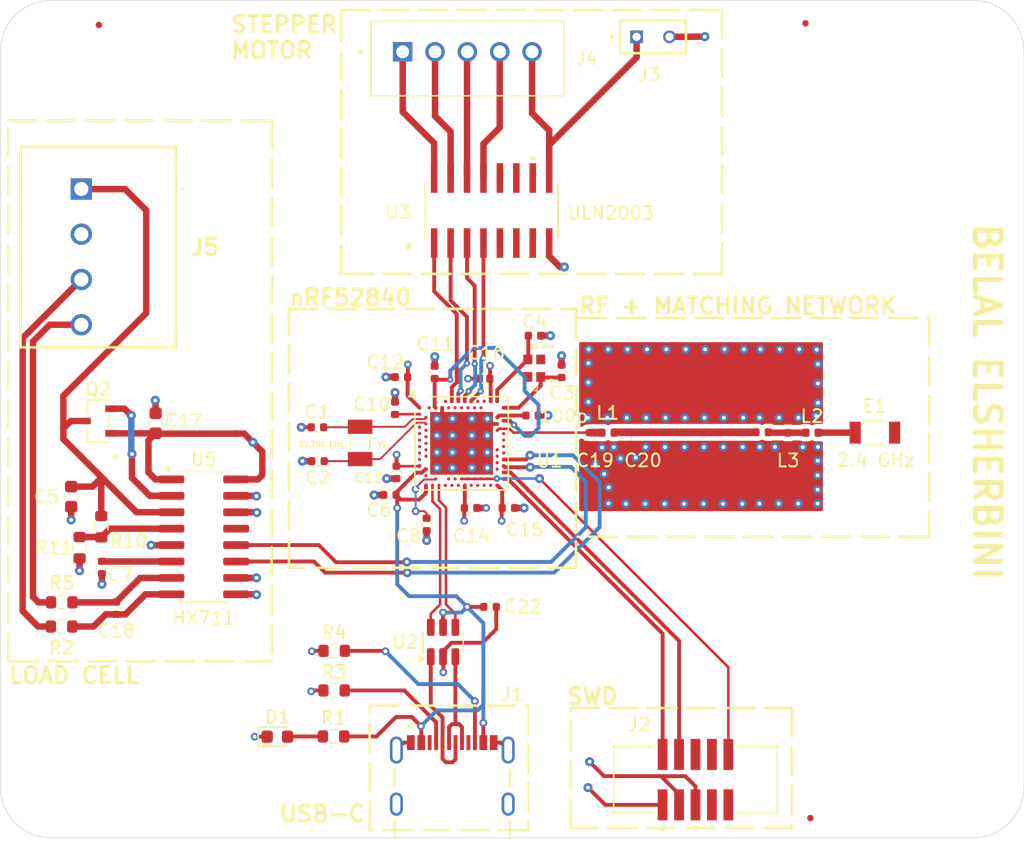
<source format=kicad_pcb>
(kicad_pcb (version 20241229) (generator "pcbnew") (generator_version "9.0")
  (layers (0 "F.Cu" signal) (4 "In1.Cu" power) (6 "In2.Cu" power) (2 "B.Cu" signal) (13 "F.Paste" user) (15 "B.Paste" user) (5 "F.SilkS" user "F.Silkscreen") (7 "B.SilkS" user "B.Silkscreen") (1 "F.Mask" user) (3 "B.Mask" user) (25 "Edge.Cuts" user))
  (net 0 "")
  (net 1 "Net-(U1-XL1{slash}P0.00)")
  (net 2 "GND")
  (net 3 "Net-(U1-XL2{slash}P0.01)")
  (net 4 "Net-(U1-XC1)")
  (net 5 "Net-(U1-XC2)")
  (net 6 "/Peripherals/E+")
  (net 7 "VBUS_nRF")
  (net 8 "Net-(U5-VBG)")
  (net 9 "Net-(U1-DECUSB)")
  (net 10 "Net-(U1-DEC3)")
  (net 11 "Net-(U1-DEC1)")
  (net 12 "Net-(U1-DEC4)")
  (net 13 "+3V3")
  (net 14 "Net-(U5-INA+)")
  (net 15 "Net-(U5-INA-)")
  (net 16 "Net-(U1-ANT)")
  (net 17 "/50 OHMS")
  (net 18 "Net-(C21-Pad1)")
  (net 19 "Net-(D1-A)")
  (net 20 "Net-(E1-Pad1)")
  (net 21 "Net-(J1-CC2)")
  (net 23 "Net-(J1-CC1)")
  (net 25 "SWCLK")
  (net 26 "RESET")
  (net 28 "SWD")
  (net 32 "/Peripherals/COIL_2_OUT")
  (net 33 "/Peripherals/COIL_4_OUT")
  (net 34 "/Peripherals/COIL_1_OUT")
  (net 35 "/Peripherals/COIL_3_OUT")
  (net 36 "+5V")
  (net 37 "/Peripherals/S+")
  (net 38 "/Peripherals/S-")
  (net 39 "Net-(Q2-B)")
  (net 40 "Net-(U5-VFB)")
  (net 46 "CTRL_COIL_4")
  (net 53 "CTRL_COIL_1")
  (net 58 "CTRL_COIL_2")
  (net 62 "LOAD_CELL_DATA")
  (net 68 "CTRL_COIL_3")
  (net 70 "LOAD_CELL_CLOCK")
  (net 87 "/D_ESD+")
  (net 88 "/D_ESD-")
  (net 91 "USB_D+")
  (net 92 "USB_D-")
  (footprint "Resistor_SMD:R_0603_1608Metric" (layer "F.Cu") (at 142.182398 116.375)
    (property "Reference" "R4")
    (property "Value" "5K1" (hide yes))
  )
  (footprint "Capacitor_SMD:C_0603_1608Metric" (layer "F.Cu") (at 121.852398 104.45 -90)
    (property "Reference" "C5")
    (property "Value" "10u" (hide yes))
  )
  (footprint "20021521-00010C1LF:AMPHENOL_20021521-00010C1LF" (layer "F.Cu") (at 170.107398 126.335)
    (property "Reference" "J2")
    (property "Value" "Conn_02x05_Odd_Even" (hide yes))
  )
  (footprint "Resistor_SMD:R_0603_1608Metric" (layer "F.Cu") (at 142.132398 122.995)
    (property "Reference" "R1")
    (property "Value" "150" (hide yes))
  )
  (footprint "TS_102_T_A:SAMTEC_TS-102-T-A" (layer "F.Cu") (at 166.827398 68.885)
    (property "Reference" "J3")
    (property "Value" "TS-102-T-A" (hide yes))
  )
  (footprint "Capacitor_SMD:C_0402_1005Metric" (layer "F.Cu") (at 154.227398 112.975)
    (property "Reference" "C22")
    (property "Value" "100n" (hide yes))
  )
  (footprint "XRCGB32M000F2P01R0:OSC_XRCGB32M000F2P01R0" (layer "F.Cu") (at 157.647398 94.515 180)
    (property "Reference" "Y2")
    (property "Value" "32 MHz")
  )
  (footprint "Inductor_SMD:L_0402_1005Metric" (layer "F.Cu") (at 163.352398 99.5 180)
    (property "Reference" "L1")
    (property "Value" "4.7n" (hide yes))
  )
  (footprint "Capacitor_SMD:C_0402_1005Metric" (layer "F.Cu") (at 146.997398 102.575 90)
    (property "Reference" "C13")
    (property "Value" "4.7u" (hide yes))
  )
  (footprint "Capacitor_SMD:C_0402_1005Metric" (layer "F.Cu") (at 152.727398 105.325 180)
    (property "Reference" "C14")
    (property "Value" "4.7u" (hide yes))
  )
  (footprint "Resistor_SMD:R_0603_1608Metric" (layer "F.Cu") (at 122.502398 108.4 -90)
    (property "Reference" "R11")
    (property "Value" "10k" (hide yes))
  )
  (footprint "Fiducial:Fiducial_0.5mm_Mask1mm" (layer "F.Cu") (at 123.997398 67.97)
    (property "Reference" "FID1" (hide yes))
    (property "Value" "Fiducial" (hide yes))
  )
  (footprint "uln2003:SO-16_STM-M" (layer "F.Cu") (at 154.3558 82.3214 90)
    (property "Reference" "U3")
    (property "Value" "ULN2003")
  )
  (footprint "Capacitor_SMD:C_0402_1005Metric" (layer "F.Cu") (at 146.487398 104.315 180)
    (property "Reference" "C6")
    (property "Value" "4.7u" (hide yes))
  )
  (footprint "Capacitor_SMD:C_0402_1005Metric" (layer "F.Cu") (at 124.227398 109.925 90)
    (property "Reference" "C7")
    (property "Value" "0.1u" (hide yes))
  )
  (footprint "Package_SO:SOP-16_3.9x9.9mm_P1.27mm" (layer "F.Cu") (at 132.102398 107.56)
    (property "Reference" "U5")
    (property "Value" "HX711")
  )
  (footprint "Resistor_SMD:R_0603_1608Metric" (layer "F.Cu") (at 142.172398 119.435)
    (property "Reference" "R3")
    (property "Value" "5K1" (hide yes))
  )
  (footprint "Capacitor_SMD:C_0402_1005Metric" (layer "F.Cu") (at 175.257199 99.474 180)
    (property "Reference" "C21" (hide yes))
    (property "Value" "1p" (hide yes))
  )
  (footprint "Capacitor_SMD:C_0402_1005Metric" (layer "F.Cu") (at 149.327398 106.6 90)
    (property "Reference" "C8")
    (property "Value" "4.7u" (hide yes))
  )
  (footprint "Fiducial:Fiducial_0.5mm_Mask1mm" (layer "F.Cu") (at 178.988398 129.311)
    (property "Reference" "FID3" (hide yes))
    (property "Value" "Fiducial" (hide yes))
  )
  (footprint "Package_DFN_QFN:Nordic_AQFN-73-1EP_7x7mm_P0.5mm" (layer "F.Cu") (at 152.027398 100.325)
    (property "Reference" "U1")
    (property "Value" "nRF52840" (hide yes))
  )
  (footprint "Capacitor_SMD:C_0402_1005Metric" (layer "F.Cu") (at 164.777398 99.955 90)
    (property "Reference" "C20")
    (property "Value" "0.5p" (hide yes))
  )
  (footprint "MountingHole:MountingHole_2.2mm_M2" (layer "F.Cu") (at 191.561398 70.002)
    (property "Reference" "H2" (hide yes))
    (property "Value" "M2" (hide yes))
  )
  (footprint "Resistor_SMD:R_0603_1608Metric" (layer "F.Cu") (at 124.177398 106.775 -90)
    (property "Reference" "R10")
    (property "Value" "14k" (hide yes))
  )
  (footprint "2450Ant:2450AT18A100E_JOT" (layer "F.Cu") (at 183.976199 99.5)
    (property "Reference" "E1")
    (property "Value" "2.4 GHz")
  )
  (footprint "LED_SMD:LED_0603_1608Metric" (layer "F.Cu") (at 137.789898 123.015)
    (property "Reference" "D1")
    (property "Value" "GREEN" (hide yes))
  )
  (footprint "Capacitor_SMD:C_0402_1005Metric" (layer "F.Cu") (at 146.882798 97.6118 -90)
    (property "Reference" "C10")
    (property "Value" "100n" (hide yes))
  )
  (footprint "KiCad:250104" (layer "F.Cu") (at 122.637398 80.655 -90)
    (property "Reference" "J5")
    (property "Value" "Conn_01x04_Pin" (hide yes))
  )
  (footprint "USB4105_GF_A:GCT_USB4105-GF-A" (layer "F.Cu") (at 151.309898 128.2275)
    (property "Reference" "J1")
    (property "Value" "USB4105-GF-A" (hide yes))
  )
  (footprint "Capacitor_SMD:C_0402_1005Metric" (layer "F.Cu") (at 159.757398 94.755 -90)
    (property "Reference" "C3")
    (property "Value" "12p" (hide yes))
  )
  (footprint "ECS-:XTAL_ECS-.327-9-34B-TR" (layer "F.Cu") (at 144.187398 100.295 -90)
    (property "Reference" "Y1")
    (property "Value" "32.768 KHz")
  )
  (footprint "Inductor_SMD:L_0402_1005Metric" (layer "F.Cu") (at 179.112199 99.504)
    (property "Reference" "L2")
    (property "Value" "4.7n" (hide yes))
  )
  (footprint "B5B_XH_A-2:JST_B5B-XH-A" (layer "F.Cu") (at 152.477398 70.57 180)
    (property "Reference" "J4")
    (property "Value" "Conn_01x05_Pin" (hide yes))
  )
  (footprint "Resistor_SMD:R_0603_1608Metric" (layer "F.Cu") (at 121.127398 112.625 180)
    (property "Reference" "R5")
    (property "Value" "100" (hide yes))
  )
  (footprint "Capacitor_SMD:C_0402_1005Metric" (layer "F.Cu") (at 140.888398 99.085 180)
    (property "Reference" "C1")
    (property "Value" "12p" (hide yes))
  )
  (footprint "Capacitor_SMD:C_0402_1005Metric" (layer "F.Cu") (at 155.647398 105.325 180)
    (property "Reference" "C15")
    (property "Value" "4.7u" (hide yes))
  )
  (footprint "MountingHole:MountingHole_2.2mm_M2" (layer "F.Cu") (at 191.561398 126.898)
    (property "Reference" "H3" (hide yes))
    (property "Value" "M2" (hide yes))
  )
  (footprint "Capacitor_SMD:C_0402_1005Metric" (layer "F.Cu") (at 153.727398 95.325)
    (property "Reference" "C16")
    (property "Value" "4.7u" (hide yes))
  )
  (footprint "MountingHole:MountingHole_2.2mm_M2" (layer "F.Cu") (at 120.314398 126.898)
    (property "Reference" "H4" (hide yes))
    (property "Value" "M2" (hide yes))
  )
  (footprint "Inductor_SMD:L_0402_1005Metric" (layer "F.Cu") (at 177.252398 100 90)
    (property "Reference" "L3")
    (property "Value" "2.7n" (hide yes))
  )
  (footprint "bjt:SOT-23_MCC-L" (layer "F.Cu") (at 123.927398 98.6 90)
    (property "Reference" "Q2")
    (property "Value" "S8550" (hide yes))
  )
  (footprint "Capacitor_SMD:C_0402_1005Metric" (layer "F.Cu") (at 161.927398 99.98 90)
    (property "Reference" "C19")
    (property "Value" "0.8p" (hide yes))
  )
  (footprint "Capacitor_SMD:C_0402_1005Metric" (layer "F.Cu") (at 125.327398 113.075 90)
    (property "Reference" "C18")
    (property "Value" "0.1u" (hide yes))
  )
  (footprint "Capacitor_SMD:C_0603_1608Metric" (layer "F.Cu") (at 128.377398 98.775 -90)
    (property "Reference" "C17")
    (property "Value" "10u" (hide yes))
  )
  (footprint "Fiducial:Fiducial_0.5mm_Mask1mm" (layer "F.Cu") (at 178.607398 67.843)
    (property "Reference" "FID2" (hide yes))
    (property "Value" "Fiducial" (hide yes))
  )
  (footprint "Resistor_SMD:R_0603_1608Metric" (layer "F.Cu") (at 121.112398 114.495 180)
    (property "Reference" "R2")
    (property "Value" "100" (hide yes))
  )
  (footprint "Capacitor_SMD:C_0402_1005Metric" (layer "F.Cu") (at 147.377398 95.205)
    (property "Reference" "C12")
    (property "Value" "4.7u" (hide yes))
  )
  (footprint "Capacitor_SMD:C_0402_1005Metric" (layer "F.Cu") (at 140.927398 101.705 180)
    (property "Reference" "C2")
    (property "Value" "12p" (hide yes))
  )
  (footprint "Capacitor_SMD:C_0402_1005Metric" (layer "F.Cu") (at 149.947398 94.835 -90)
    (property "Reference" "C11")
    (property "Value" "1p" (hide yes))
  )
  (footprint "Capacitor_SMD:C_0402_1005Metric" (layer "F.Cu") (at 157.667398 92.005 180)
    (property "Reference" "C4")
    (property "Value" "12p" (hide yes))
  )
  (footprint "MountingHole:MountingHole_2.2mm_M2" (layer "F.Cu") (at 120.441398 70.002)
    (property "Reference" "H1" (hide yes))
    (property "Value" "M2" (hide yes))
  )
  (footprint "Capacitor_SMD:C_0402_1005Metric" (layer "F.Cu") (at 157.477398 98.175 180)
    (property "Reference" "C9" (hide yes))
    (property "Value" "100p")
  )
  (footprint "Package_TO_SOT_SMD:SOT-23-6" (layer "F.Cu") (at 150.597398 115.695 90)
    (property "Reference" "U2")
    (property "Value" "USBLC6-2SC6" (hide yes))
  )
  (gr_rect (start 160.45 120.8) (end 177.575 130.0625) (stroke (width 0.2) (type dash)) (fill no) (layer "F.SilkS"))
  (gr_line (start 188.175 90.625) (end 188.175 107.55) (stroke (width 0.2) (type dash)) (layer "F.SilkS"))
  (gr_rect (start 138.6875 89.925) (end 160.8625 109.95) (stroke (width 0.2) (type dash)) (fill no) (layer "F.SilkS"))
  (gr_line (start 188.075 107.55) (end 160.992398 107.55) (stroke (width 0.2) (type dash)) (layer "F.SilkS"))
  (gr_line (start 161.042398 90.625) (end 188.125 90.625) (stroke (width 0.2) (type dash)) (layer "F.SilkS"))
  (gr_rect (start 117 75.3625) (end 137.35 117.15) (stroke (width 0.2) (type dash)) (fill no) (layer "F.SilkS"))
  (gr_rect (start 142.725 66.825) (end 172.175 87.225) (stroke (width 0.2) (type dash)) (fill no) (layer "F.SilkS"))
  (gr_rect (start 144.925 120.6125) (end 157.15 130.25) (stroke (width 0.2) (type dash)) (fill no) (layer "F.SilkS"))
  (gr_arc (start 195.498398 126.898) (mid 194.345277 129.681879) (end 191.561398 130.835) (stroke (width 0.05)) (layer "Edge.Cuts"))
  (gr_arc (start 120.314398 130.835) (mid 117.530519 129.681879) (end 116.377398 126.898) (stroke (width 0.05)) (layer "Edge.Cuts"))
  (gr_line (start 120.314398 130.835) (end 145.587398 130.835) (stroke (width 0.05)) (layer "Edge.Cuts"))
  (gr_arc (start 116.377398 70.002) (mid 117.530519 67.218121) (end 120.314398 66.065) (stroke (width 0.05)) (layer "Edge.Cuts"))
  (gr_line (start 116.377398 70.002) (end 116.377398 126.898) (stroke (width 0.05)) (layer "Edge.Cuts"))
  (gr_arc (start 191.561398 66.065) (mid 194.345277 67.218121) (end 195.498398 70.002) (stroke (width 0.05)) (layer "Edge.Cuts"))
  (gr_line (start 191.561398 66.065) (end 120.314398 66.065) (stroke (width 0.05)) (layer "Edge.Cuts"))
  (gr_line (start 195.498398 126.898) (end 195.498398 70.002) (stroke (width 0.05)) (layer "Edge.Cuts"))
  (gr_line (start 145.587398 130.835) (end 191.561398 130.835) (stroke (width 0.05)) (layer "Edge.Cuts"))
  (gr_text "\n" (at 138.497398 110.355 0) (layer "F.Cu") (effects (font (size 1.27 1.27))))
  (gr_text "SWD" (at 160.05 120.625 0) (layer "F.SilkS") (effects (font (size 1.25 1.25) (thickness 0.25) (bold yes)) (justify left bottom)))
  (gr_text "LOAD CELL" (at 116.9 119 0) (layer "F.SilkS") (effects (font (size 1.25 1.25) (thickness 0.25) (bold yes)) (justify left bottom)))
  (gr_text "BELAL ELSHERBINI" (at 191.475 83.1 270) (layer "F.SilkS") (effects (font (size 2 2) (thickness 0.4) (bold yes)) (justify left bottom)))
  (gr_text "RF + MATCHING NETWORK" (at 160.95 90.425 0) (layer "F.SilkS") (effects (font (size 1.25 1.25) (thickness 0.25) (bold yes)) (justify left bottom)))
  (gr_text "STEPPER\nMOTOR" (at 134.075 70.675 0) (layer "F.SilkS") (effects (font (size 1.25 1.25) (thickness 0.25) (bold yes)) (justify left bottom)))
  (gr_text "nRF52840" (at 138.55 89.8 0) (layer "F.SilkS") (effects (font (size 1.25 1.25) (thickness 0.25) (bold yes)) (justify left bottom)))
  (gr_text "USB-C" (at 137.825 129.7 0) (layer "F.SilkS") (effects (font (size 1.25 1.25) (thickness 0.25) (bold yes)) (justify left bottom)))
  (segment (start 143.976398 99.045) (end 143.936398 99.085) (width 0.15) (layer "F.Cu") (net 1))
  (segment (start 148.243398 98.449) (end 149.153398 98.449) (width 0.15) (layer "F.Cu") (net 1))
  (segment (start 149.153398 98.449) (end 149.277398 98.325) (width 0.15) (layer "F.Cu") (net 1))
  (segment (start 143.936398 99.085) (end 141.368398 99.085) (width 0.15) (layer "F.Cu") (net 1))
  (segment (start 147.647398 99.045) (end 148.243398 98.449) (width 0.15) (layer "F.Cu") (net 1))
  (segment (start 144.187398 99.045) (end 143.976398 99.045) (width 0.15) (layer "F.Cu") (net 1))
  (segment (start 144.187398 99.045) (end 147.647398 99.045) (width 0.15) (layer "F.Cu") (net 1))
  (segment (start 147.564898 123.4725) (end 146.989898 124.0475) (width 0.3) (layer "F.Cu") (net 2))
  (segment (start 128.027398 108.205) (end 129.592398 108.205) (width 0.5) (layer "F.Cu") (net 2))
  (segment (start 150.597398 116.8325) (end 150.597398 116.407322) (width 0.3) (layer "F.Cu") (net 2))
  (segment (start 159.639 86.6902) (end 159.9692 86.6902) (width 0.5) (layer "F.Cu") (net 2))
  (segment (start 163.04 126.065) (end 161.925 124.95) (width 0.3) (layer "F.Cu") (net 2))
  (segment (start 167.437398 126.065) (end 163.04 126.065) (width 0.3) (layer "F.Cu") (net 2))
  (segment (start 139.724798 101.7012) (end 140.481998 101.7012) (width 0.5) (layer "F.Cu") (net 2))
  (segment (start 152.527398 95.325) (end 153.247398 95.325) (width 0.3) (layer "F.Cu") (net 2))
  (segment (start 154.509898 123.4725) (end 155.054898 123.4725) (width 0.3) (layer "F.Cu") (net 2))
  (segment (start 141.347398 119.435) (end 140.477398 119.435) (width 0.3) (layer "F.Cu") (net 2))
  (segment (start 121.852398 106.25) (end 121.852398 105.225) (width 0.5) (layer "F.Cu") (net 2))
  (segment (start 134.602398 110.735) (end 136.172398 110.735) (width 0.5) (layer "F.Cu") (net 2))
  (segment (start 155.054898 123.4725) (end 155.629898 124.0475) (width 0.3) (layer "F.Cu") (net 2))
  (segment (start 150.597398 116.407322) (end 151.25472 115.75) (width 0.3) (layer "F.Cu") (net 2))
  (segment (start 156.860198 105.325) (end 156.102998 105.325) (width 0.5) (layer "F.Cu") (net 2))
  (segment (start 153.207398 105.325) (end 153.927398 105.325) (width 0.5) (layer "F.Cu") (net 2))
  (segment (start 150.616598 116.8517) (end 150.597398 116.8325) (width 0.3) (layer "F.Cu") (net 2))
  (segment (start 136.152398 112.005) (end 136.177398 112.03) (width 0.5) (layer "F.Cu") (net 2))
  (segment (start 134.602398 112.005) (end 136.152398 112.005) (width 0.5) (layer "F.Cu") (net 2))
  (segment (start 134.602398 105.655) (end 136.177398 105.655) (width 0.5) (layer "F.Cu") (net 2))
  (segment (start 149.327398 107.84) (end 149.327398 107.0828) (width 0.5) (layer "F.Cu") (net 2))
  (segment (start 170.107398 128.285) (end 170.107398 126.857398) (width 0.3) (layer "F.Cu") (net 2))
  (segment (start 158.892198 91.9984) (end 158.134998 91.9984) (width 0.5) (layer "F.Cu") (net 2))
  (segment (start 140.477398 119.435) (end 140.405798 119.5066) (width 0.3) (layer "F.Cu") (net 2))
  (segment (start 146.882798 96.3974) (end 146.882798 97.1546) (width 0.5) (layer "F.Cu") (net 2))
  (segment (start 154.777398 98.825) (end 154.427398 98.825) (width 0.3) (layer "F.Cu") (net 2))
  (segment (start 140.456598 116.4078) (end 140.489398 116.375) (width 0.3) (layer "F.Cu") (net 2))
  (segment (start 151.25472 115.75) (end 153.652398 115.75) (width 0.3) (layer "F.Cu") (net 2))
  (segment (start 146.176398 95.1988) (end 146.933598 95.1988) (width 0.5) (layer "F.Cu") (net 2))
  (segment (start 129.592398 108.205) (end 129.602398 108.195) (width 0.5) (layer "F.Cu") (net 2))
  (segment (start 154.707398 114.695) (end 154.707398 112.975) (width 0.3) (layer "F.Cu") (net 2))
  (segment (start 137.002398 123.015) (end 136.040198 123.015) (width 0.3) (layer "F.Cu") (net 2))
  (segment (start 145.270198 104.325) (end 146.027398 104.325) (width 0.5) (layer "F.Cu") (net 2))
  (segment (start 154.427398 98.825) (end 154.027398 98.425) (width 0.3) (layer "F.Cu") (net 2))
  (segment (start 153.652398 115.75) (end 154.707398 114.695) (width 0.3) (layer "F.Cu") (net 2))
  (segment (start 168.837398 128.285) (end 168.837398 127.465) (width 0.3) (layer "F.Cu") (net 2))
  (segment (start 158.8008 85.852) (end 159.639 86.6902) (width 0.5) (layer "F.Cu") (net 2))
  (segment (start 169.315 126.065) (end 167.437398 126.065) (width 0.3) (layer "F.Cu") (net 2))
  (segment (start 150.616598 118.0334) (end 150.616598 116.8517) (width 0.3) (layer "F.Cu") (net 2))
  (segment (start 168.837398 127.465) (end 167.437398 126.065) (width 0.3) (layer "F.Cu") (net 2))
  (segment (start 128.352398 97) (end 128.377398 97.025) (width 0.5) (layer "F.Cu") (net 2))
  (segment (start 150.527398 98.025) (end 150.127398 98.425) (width 0.3) (layer "F.Cu") (net 2))
  (segment (start 158.709798 98.163) (end 157.952598 98.163) (width 0.5) (layer "F.Cu") (net 2))
  (segment (start 148.109898 123.4725) (end 147.564898 123.4725) (width 0.3) (layer "F.Cu") (net 2))
  (segment (start 124.227398 110.48) (end 124.227398 111.225) (width 0.5) (layer "F.Cu") (net 2))
  (segment (start 158.8008 84.836) (end 158.8008 85.852) (width 0.5) (layer "F.Cu") (net 2))
  (segment (start 122.502398 110.175) (end 122.502398 109.225) (width 0.5) (layer "F.Cu") (net 2))
  (segment (start 139.643798 99.085) (end 140.408398 99.085) (width 0.3) (layer "F.Cu") (net 2))
  (segment (start 128.377398 97.025) (end 128.377398 98) (width 0.5) (layer "F.Cu") (net 2))
  (segment (start 140.489398 116.375) (end 141.357398 116.375) (width 0.3) (layer "F.Cu") (net 2))
  (segment (start 146.240198 103.055) (end 146.997398 103.055) (width 0.5) (layer "F.Cu") (net 2))
  (segment (start 136.172398 110.735) (end 136.177398 110.73) (width 0.5) (layer "F.Cu") (net 2))
  (segment (start 170.827398 68.875) (end 169.822398 68.875) (width 0.5) (layer "F.Cu") (net 2))
  (segment (start 150.527398 97.575) (end 150.527398 98.025) (width 0.3) (layer "F.Cu") (net 2))
  (segment (start 170.107398 126.857398) (end 169.315 126.065) (width 0.3) (layer "F.Cu") (net 2))
  (segment (start 159.760598 93.5526) (end 159.760598 94.3098) (width 0.5) (layer "F.Cu") (net 2))
  (segment (start 149.956198 93.6288) (end 149.956198 94.386) (width 0.5) (layer "F.Cu") (net 2))
  (segment (start 134.602398 104.385) (end 136.157398 104.385) (width 0.5) (layer "F.Cu") (net 2))
  (segment (start 169.822398 68.875) (end 169.812398 68.885) (width 0.5) (layer "F.Cu") (net 2))
  (segment (start 169.812398 68.885) (end 168.097398 68.885) (width 0.5) (layer "F.Cu") (net 2))
  (segment (start 136.040198 123.015) (end 136.036998 123.0118) (width 0.3) (layer "F.Cu") (net 2))
  (segment (start 136.157398 104.385) (end 136.177398 104.405) (width 0.5) (layer "F.Cu") (net 2))
  (segment (start 136.177398 105.655) (end 136.202398 105.68) (width 0.5) (layer "F.Cu") (net 2))
  (via (at 162.887398 100.655) (size 0.7) (drill 0.3) (layers "F.Cu" "B.Cu") (net 2))
  (via (at 179.475 93.075) (size 0.7) (drill 0.3) (layers "F.Cu" "B.Cu") (net 2))
  (via (at 164.857398 93.055) (size 0.7) (drill 0.3) (layers "F.Cu" "B.Cu") (net 2))
  (via (at 136.177398 112.03) (size 0.7) (drill 0.3) (layers "F.Cu" "B.Cu") (net 2))
  (via (at 154.027398 102.225) (size 0.7) (drill 0.3) (layers "F.Cu" "B.Cu") (net 2))
  (via (at 179.575 100.6) (size 0.7) (drill 0.3) (layers "F.Cu" "B.Cu") (net 2))
  (via (at 175.045 104.99) (size 0.7) (drill 0.3) (layers "F.Cu" "B.Cu") (net 2))
  (via (at 152.827398 102.225) (size 0.7) (drill 0.3) (layers "F.Cu" "B.Cu") (net 2))
  (via (at 170.757398 100.615) (size 0.7) (drill 0.3) (layers "F.Cu" "B.Cu") (net 2))
  (via (at 151.327398 98.425) (size 0.7) (drill 0.3) (layers "F.Cu" "B.Cu") (net 2))
  (via (at 124.227398 111.225) (size 0.7) (drill 0.3) (layers "F.Cu" "B.Cu") (net 2))
  (via (at 166.227398 105.005) (size 0.7) (drill 0.3) (layers "F.Cu" "B.Cu") (net 2))
  (via (at 176.25 100.6) (size 0.7) (drill 0.3) (layers "F.Cu" "B.Cu") (net 2))
  (via (at 140.456598 116.4078) (size 0.6) (drill 0.3) (layers "F.Cu" "B.Cu") (net 2))
  (via (at 179.56 101.67) (size 0.7) (drill 0.3) (layers "F.Cu" "B.Cu") (net 2))
  (via (at 152.827398 101.025) (size 0.7) (drill 0.3) (layers "F.Cu" "B.Cu") (net 2))
  (via (at 173.727398 105.005) (size 0.7) (drill 0.3) (layers "F.Cu" "B.Cu") (net 2))
  (via (at 179.575 95.7) (size 0.7) (drill 0.3) (layers "F.Cu" "B.Cu") (net 2))
  (via (at 166.297398 98.355) (size 0.7) (drill 0.3) (layers "F.Cu" "B.Cu") (net 2))
  (via (at 178.065 98.35) (size 0.7) (drill 0.3) (layers "F.Cu" "B.Cu") (net 2))
  (via (at 136.202398 105.68) (size 0.7) (drill 0.3) (layers "F.Cu" "B.Cu") (net 2))
  (via (at 172.257398 100.615) (size 0.7) (drill 0.3) (layers "F.Cu" "B.Cu") (net 2))
  (via (at 146.882798 96.3974) (size 0.7) (drill 0.3) (layers "F.Cu" "B.Cu") (net 2))
  (via (at 167.757398 100.615) (size 0.7) (drill 0.3) (layers "F.Cu" "B.Cu") (net 2))
  (via (at 151.327398 99.725) (size 0.7) (drill 0.3) (layers "F.Cu" "B.Cu") (net 2))
  (via (at 149.956198 93.6288) (size 0.7) (drill 0.3) (layers "F.Cu" "B.Cu") (net 2))
  (via (at 170.857398 93.055) (size 0.7) (drill 0.3) (layers "F.Cu" "B.Cu") (net 2))
  (via (at 170.797398 98.355) (size 0.7) (drill 0.3) (layers "F.Cu" "B.Cu") (net 2))
  (via (at 128.352398 97) (size 0.7) (drill 0.3) (layers "F.Cu" "B.Cu") (net 2))
  (via (at 122.502398 110.175) (size 0.7) (drill 0.3) (layers "F.Cu" "B.Cu") (net 2))
  (via (at 150.127398 99.725) (size 0.7) (drill 0.3) (layers "F.Cu" "B.Cu") (net 2))
  (via (at 166.257398 100.615) (size 0.7) (drill 0.3) (layers "F.Cu" "B.Cu") (net 2))
  (via (at 175.125 93.05) (size 0.7) (drill 0.3) (layers "F.Cu" "B.Cu") (net 2))
  (via (at 136.036998 123.0118) (size 0.6) (drill 0.3) (layers "F.Cu" "B.Cu") (net 2))
  (via (at 164.797398 98.355) (size 0.7) (drill 0.3) (layers "F.Cu" "B.Cu") (net 2))
  (via (at 175.075 100.6) (size 0.7) (drill 0.3) (layers "F.Cu" "B.Cu") (net 2))
  (via (at 154.027398 99.725) (size 0.7) (drill 0.3) (layers "F.Cu" "B.Cu") (net 2))
  (via (at 158.892198 91.9984) (size 0.7) (drill 0.3) (layers "F.Cu" "B.Cu") (net 2))
  (via (at 170.727398 105.005) (size 0.7) (drill 0.3) (layers "F.Cu" "B.Cu") (net 2))
  (via (at 179.575 97.2) (size 0.7) (drill 0.3) (layers "F.Cu" "B.Cu") (net 2))
  (via (at 156.860198 105.325) (size 0.7) (drill 0.3) (layers "F.Cu" "B.Cu") (net 2))
  (via (at 167.797398 98.355) (size 0.7) (drill 0.3) (layers "F.Cu" "B.Cu") (net 2))
  (via (at 175.065 98.35) (size 0.7) (drill 0.3) (layers "F.Cu" "B.Cu") (net 2))
  (via (at 128.027398 108.205) (size 0.7) (drill 0.3) (layers "F.Cu" "B.Cu") (net 2))
  (via (at 169.297398 98.355) (size 0.7) (drill 0.3) (layers "F.Cu" "B.Cu") (net 2))
  (via (at 161.827398 95.625) (size 0.7) (drill 0.3) (layers "F.Cu" "B.Cu") (net 2))
  (via (at 139.643798 99.085) (size 0.7) (drill 0.3) (layers "F.Cu" "B.Cu") (net 2))
  (via (at 161.797398 98.355) (size 0.7) (drill 0.3) (layers "F.Cu" "B.Cu") (net 2))
  (via (at 150.127398 102.225) (size 0.7) (drill 0.3) (layers "F.Cu" "B.Cu") (net 2))
  (via (at 136.177398 110.73) (size 0.7) (drill 0.3) (layers "F.Cu" "B.Cu") (net 2))
  (via (at 121.852398 106.25) (size 0.7) (drill 0.3) (layers "F.Cu" "B.Cu") (net 2))
  (via (at 167.727398 105.005) (size 0.7) (drill 0.3) (layers "F.Cu" "B.Cu") (net 2))
  (via (at 179.55 103.91) (size 0.7) (drill 0.3) (layers "F.Cu" "B.Cu") (net 2))
  (via (at 178.045 104.99) (size 0.7) (drill 0.3) (layers "F.Cu" "B.Cu") (net 2))
  (via (at 164.317398 101.495) (size 0.7) (drill 0.3) (layers "F.Cu" "B.Cu") (net 2))
  (via (at 161.827398 94.125) (size 0.7) (drill 0.3) (layers "F.Cu" "B.Cu") (net 2))
  (via (at 179.425 98.2) (size 0.7) (drill 0.3) (layers "F.Cu" "B.Cu") (net 2))
  (via (at 158.709798 98.163) (size 0.7) (drill 0.3) (layers "F.Cu" "B.Cu") (net 2))
  (via (at 161.857398 93.055) (size 0.7) (drill 0.3) (layers "F.Cu" "B.Cu") (net 2))
  (via (at 172.297398 98.355) (size 0.7) (drill 0.3) (layers "F.Cu" "B.Cu") (net 2))
  (via (at 163.047398 102.695) (size 0.7) (drill 0.3) (layers "F.Cu" "B.Cu") (net 2))
  (via (at 163.407398 103.735) (size 0.7) (drill 0.3) (layers "F.Cu" "B.Cu") (net 2))
  (via (at 159.9692 86.6902) (size 0.7) (drill 0.3) (layers "F.Cu" "B.Cu") (net 2))
  (via (at 153.927398 105.325) (size 0.6) (drill 0.3) (layers "F.Cu" "B.Cu") (net 2))
  (via (at 139.724798 101.7012) (size 0.7) (drill 0.3) (layers "F.Cu" "B.Cu") (net 2))
  (via (at 169.227398 105.005) (size 0.7) (drill 0.3) (layers "F.Cu" "B.Cu") (net 2))
  (via (at 150.127398 101.025) (size 0.7) (drill 0.3) (layers "F.Cu" "B.Cu") (net 2))
  (via (at 178.4 100.625) (size 0.7) (drill 0.3) (layers "F.Cu" "B.Cu") (net 2))
  (via (at 150.616598 118.0334) (size 0.6) (drill 0.3) (layers "F.Cu" "B.Cu") (net 2))
  (via (at 150.127398 98.425) (size 0.7) (drill 0.3) (layers "F.Cu" "B.Cu") (net 2))
  (via (at 163.297398 98.355) (size 0.7) (drill 0.3) (layers "F.Cu" "B.Cu") (net 2))
  (via (at 169.357398 93.055) (size 0.7) (drill 0.3) (layers "F.Cu" "B.Cu") (net 2))
  (via (at 176.545 104.99) (size 0.7) (drill 0.3) (layers "F.Cu" "B.Cu") (net 2))
  (via (at 165.497398 101.435) (size 0.7) (drill 0.3) (layers "F.Cu" "B.Cu") (net 2))
  (via (at 154.027398 98.425) (size 0.7) (drill 0.3) (layers "F.Cu" "B.Cu") (net 2))
  (via (at 170.827398 68.875) (size 0.7) (drill 0.3) (layers "F.Cu" "B.Cu") (net 2))
  (via (at 172.227398 105.005) (size 0.7) (drill 0.3) (layers "F.Cu" "B.Cu") (net 2))
  (via (at 146.240198 103.055) (size 0.7) (drill 0.3) (layers "F.Cu" "B.Cu") (net 2))
  (via (at 149.327398 107.84) (size 0.7) (drill 0.3) (layers "F.Cu" "B.Cu") (net 2))
  (via (at 163.357398 93.055) (size 0.7) (drill 0.3) (layers "F.Cu" "B.Cu") (net 2))
  (via (at 161.827398 97.125) (size 0.7) (drill 0.3) (layers "F.Cu" "B.Cu") (net 2))
  (via (at 167.857398 93.055) (size 0.7) (drill 0.3) (layers "F.Cu" "B.Cu") (net 2))
  (via (at 179.55 102.8) (size 0.7) (drill 0.3) (layers "F.Cu" "B.Cu") (net 2))
  (via (at 151.327398 102.225) (size 0.7) (drill 0.3) (layers "F.Cu" "B.Cu") (net 2))
  (via (at 152.827398 99.725) (size 0.7) (drill 0.3) (layers "F.Cu" "B.Cu") (net 2))
  (via (at 159.760598 93.5526) (size 0.7) (drill 0.3) (layers "F.Cu" "B.Cu") (net 2))
  (via (at 151.327398 101.025) (size 0.7) (drill 0.3) (layers "F.Cu" "B.Cu") (net 2))
  (via (at 152.527398 95.325) (size 0.6) (drill 0.3) (layers "F.Cu" "B.Cu") (net 2))
  (via (at 179.545 104.99) (size 0.7) (drill 0.3) (layers "F.Cu" "B.Cu") (net 2))
  (via (at 169.257398 100.615) (size 0.7) (drill 0.3) (layers "F.Cu" "B.Cu") (net 2))
  (via (at 173.857398 93.055) (size 0.7) (drill 0.3) (layers "F.Cu" "B.Cu") (net 2))
  (via (at 154.027398 101.025) (size 0.7) (drill 0.3) (layers "F.Cu" "B.Cu") (net 2))
  (via (at 178.125 93.05) (size 0.7) (drill 0.3) (layers "F.Cu" "B.Cu") (net 2))
  (via (at 164.727398 105.005) (size 0.7) (drill 0.3) (layers "F.Cu" "B.Cu") (net 2))
  (via (at 146.176398 95.1988) (size 0.7) (drill 0.3) (layers "F.Cu" "B.Cu") (net 2))
  (via (at 145.270198 104.325) (size 0.7) (drill 0.3) (layers "F.Cu" "B.Cu") (net 2))
  (via (at 152.827398 98.425) (size 0.7) (drill 0.3) (layers "F.Cu" "B.Cu") (net 2))
  (via (at 140.405798 119.5066) (size 0.6) (drill 0.3) (layers "F.Cu" "B.Cu") (net 2))
  (via (at 172.357398 93.055) (size 0.7) (drill 0.3) (layers "F.Cu" "B.Cu") (net 2))
  (via (at 161.925 124.95) (size 0.7) (drill 0.3) (layers "F.Cu" "B.Cu") (net 2))
  (via (at 179.575 94.2) (size 0.7) (drill 0.3) (layers "F.Cu" "B.Cu") (net 2))
  (via (at 173.797398 98.355) (size 0.7) (drill 0.3) (layers "F.Cu" "B.Cu") (net 2))
  (via (at 163.387398 104.975) (size 0.7) (drill 0.3) (layers "F.Cu" "B.Cu") (net 2))
  (via (at 176.625 93.05) (size 0.7) (drill 0.3) (layers "F.Cu" "B.Cu") (net 2))
  (via (at 136.177398 104.405) (size 0.7) (drill 0.3) (layers "F.Cu" "B.Cu") (net 2))
  (via (at 173.757398 100.615) (size 0.7) (drill 0.3) (layers "F.Cu" "B.Cu") (net 2))
  (via (at 166.357398 93.055) (size 0.7) (drill 0.3) (layers "F.Cu" "B.Cu") (net 2))
  (via (at 163.787398 100.625) (size 0.7) (drill 0.3) (layers "F.Cu" "B.Cu") (net 2))
  (via (at 162.357398 101.955) (size 0.7) (drill 0.3) (layers "F.Cu" "B.Cu") (net 2))
  (via (at 176.565 98.35) (size 0.7) (drill 0.3) (layers "F.Cu" "B.Cu") (net 2))
  (segment (start 149.251398 98.799) (end 149.177398 98.725) (width 0.15) (layer "F.Cu") (net 3))
  (segment (start 148.552398 98.725) (end 145.732398 101.545) (width 0.15) (layer "F.Cu") (net 3))
  (segment (start 144.187398 101.545) (end 144.092598 101.545) (width 0.15) (layer "F.Cu") (net 3))
  (segment (start 145.732398 101.545) (end 144.187398 101.545) (width 0.15) (layer "F.Cu") (net 3))
  (segment (start 149.277398 98.825) (end 149.251398 98.799) (width 0.1) (layer "F.Cu") (net 3))
  (segment (start 149.177398 98.725) (end 148.552398 98.725) (width 0.15) (layer "F.Cu") (net 3))
  (segment (start 143.932598 101.705) (end 141.407398 101.705) (width 0.15) (layer "F.Cu") (net 3))
  (segment (start 144.092598 101.545) (end 143.932598 101.705) (width 0.15) (layer "F.Cu") (net 3))
  (segment (start 158.147398 95.19) (end 158.147398 95.865) (width 0.3) (layer "F.Cu") (net 4))
  (segment (start 156.437398 97.575) (end 155.277398 97.575) (width 0.3) (layer "F.Cu") (net 4))
  (segment (start 159.757398 95.235) (end 158.192398 95.235) (width 0.3) (layer "F.Cu") (net 4))
  (segment (start 158.192398 95.235) (end 158.147398 95.19) (width 0.3) (layer "F.Cu") (net 4))
  (segment (start 158.147398 95.865) (end 156.437398 97.575) (width 0.3) (layer "F.Cu") (net 4))
  (segment (start 154.777398 96.21) (end 154.777398 97.075) (width 0.3) (layer "F.Cu") (net 5))
  (segment (start 157.147398 93.84) (end 154.777398 96.21) (width 0.3) (layer "F.Cu") (net 5))
  (segment (start 157.187398 92.005) (end 157.187398 93.8) (width 0.3) (layer "F.Cu") (net 5))
  (segment (start 157.187398 93.8) (end 157.147398 93.84) (width 0.3) (layer "F.Cu") (net 5))
  (segment (start 123.502398 103.675) (end 124.177398 103) (width 0.5) (layer "F.Cu") (net 6))
  (segment (start 126.017398 80.665) (end 122.647398 80.665) (width 0.5) (layer "F.Cu") (net 6))
  (segment (start 122.911398 98.6) (end 121.827398 98.6) (width 0.5) (layer "F.Cu") (net 6))
  (segment (start 127.657398 82.305) (end 126.017398 80.665) (width 0.5) (layer "F.Cu") (net 6))
  (segment (start 121.827398 98.6) (end 121.252398 99.175) (width 0.5) (layer "F.Cu") (net 6))
  (segment (start 122.647398 80.665) (end 122.637398 80.655) (width 0.5) (layer "F.Cu") (net 6))
  (segment (start 121.252398 99.175) (end 121.252398 99.65) (width 0.5) (layer "F.Cu") (net 6))
  (segment (start 121.852398 103.675) (end 123.502398 103.675) (width 0.5) (layer "F.Cu") (net 6))
  (segment (start 124.177398 103) (end 124.214898 102.9625) (width 0.5) (layer "F.Cu") (net 6))
  (segment (start 121.252398 99.65) (end 121.252398 100) (width 0.5) (layer "F.Cu") (net 6))
  (segment (start 124.214898 102.9625) (end 126.907398 105.655) (width 0.5) (layer "F.Cu") (net 6))
  (segment (start 121.252398 99.175) (end 121.252398 96.65) (width 0.5) (layer "F.Cu") (net 6))
  (segment (start 121.252398 96.65) (end 127.657398 90.245) (width 0.5) (layer "F.Cu") (net 6))
  (segment (start 127.657398 90.245) (end 127.657398 82.305) (width 0.5) (layer "F.Cu") (net 6))
  (segment (start 126.907398 105.655) (end 129.602398 105.655) (width 0.5) (layer "F.Cu") (net 6))
  (segment (start 121.252398 100) (end 124.214898 102.9625) (width 0.5) (layer "F.Cu") (net 6))
  (segment (start 124.177398 105.95) (end 124.177398 103) (width 0.5) (layer "F.Cu") (net 6))
  (segment (start 149.277398 104.15) (end 149.277398 103.575) (width 0.3) (layer "F.Cu") (net 7))
  (segment (start 146.967398 104.315) (end 146.967398 104.135) (width 0.3) (layer "F.Cu") (net 7))
  (segment (start 142.957398 122.995) (end 145.451798 122.995) (width 0.3) (layer "F.Cu") (net 7))
  (segment (start 148.506398 102.596) (end 148.964918 102.596) (width 0.3) (layer "F.Cu") (net 7))
  (segment (start 148.964918 102.596) (end 149.235918 102.325) (width 0.3) (layer "F.Cu") (net 7))
  (segment (start 146.967398 104.135) (end 148.506398 102.596) (width 0.3) (layer "F.Cu") (net 7))
  (segment (start 146.967398 104.315) (end 147.327398 104.675) (width 0.3) (layer "F.Cu") (net 7))
  (segment (start 153.709898 123.4725) (end 153.709898 121.945) (width 0.3) (layer "F.Cu") (net 7))
  (segment (start 147.052398 105.325) (end 147.052398 104.4) (width 0.3) (layer "F.Cu") (net 7))
  (segment (start 147.052398 104.4) (end 146.967398 104.315) (width 0.3) (layer "F.Cu") (net 7))
  (segment (start 145.451798 122.995) (end 146.958998 121.4878) (width 0.3) (layer "F.Cu") (net 7))
  (segment (start 150.597398 114.5575) (end 150.597398 113.409186) (width 0.3) (layer "F.Cu") (net 7))
  (segment (start 148.909898 123.4725) (end 148.909898 122.2195) (width 0.3) (layer "F.Cu") (net 7))
  (segment (start 147.327398 104.675) (end 148.752398 104.675) (width 0.3) (layer "F.Cu") (net 7))
  (segment (start 146.958998 121.4878) (end 148.178198 121.4878) (width 0.3) (layer "F.Cu") (net 7))
  (segment (start 148.178198 121.4878) (end 148.889398 122.199) (width 0.3) (layer "F.Cu") (net 7))
  (segment (start 152.452398 112.975) (end 153.747398 112.975) (width 0.3) (layer "F.Cu") (net 7))
  (segment (start 148.909898 122.2195) (end 148.889398 122.199) (width 0.3) (layer "F.Cu") (net 7))
  (segment (start 148.752398 104.675) (end 149.277398 104.15) (width 0.3) (layer "F.Cu") (net 7))
  (segment (start 149.235918 102.325) (end 149.277398 102.325) (width 0.3) (layer "F.Cu") (net 7))
  (via (at 152.452398 112.975) (size 0.6) (drill 0.3) (layers "F.Cu" "B.Cu") (net 7))
  (via (at 148.889398 122.199) (size 0.6) (drill 0.3) (layers "F.Cu" "B.Cu") (net 7))
  (via (at 150.597398 113.409186) (size 0.6) (drill 0.3) (layers "F.Cu" "B.Cu") (net 7))
  (via (at 153.709898 121.945) (size 0.6) (drill 0.3) (layers "F.Cu" "B.Cu") (net 7))
  (via (at 147.052398 105.325) (size 0.6) (drill 0.3) (layers "F.Cu" "B.Cu") (net 7))
  (segment (start 150.108598 120.9798) (end 153.264452 120.9798) (width 0.3) (layer "B.Cu") (net 7))
  (segment (start 153.709898 121.945) (end 153.709898 119.8661) (width 0.3) (layer "B.Cu") (net 7))
  (segment (start 153.709898 119.8661) (end 153.705998 119.8622) (width 0.3) (layer "B.Cu") (net 7))
  (segment (start 153.709898 119.8661) (end 153.709898 114.2325) (width 0.3) (layer "B.Cu") (net 7))
  (segment (start 152.452398 112.975) (end 151.627398 112.15) (width 0.3) (layer "B.Cu") (net 7))
  (segment (start 153.264452 120.9798) (end 153.705998 120.538254) (width 0.3) (layer "B.Cu") (net 7))
  (segment (start 152.018212 113.409186) (end 152.452398 112.975) (width 0.3) (layer "B.Cu") (net 7))
  (segment (start 147.052398 111.225) (end 147.052398 105.325) (width 0.3) (layer "B.Cu") (net 7))
  (segment (start 151.627398 112.15) (end 147.977398 112.15) (width 0.3) (layer "B.Cu") (net 7))
  (segment (start 153.709898 114.2325) (end 152.452398 112.975) (width 0.3) (layer "B.Cu") (net 7))
  (segment (start 153.705998 120.538254) (end 153.705998 119.8622) (width 0.3) (layer "B.Cu") (net 7))
  (segment (start 150.597398 113.409186) (end 152.018212 113.409186) (width 0.3) (layer "B.Cu") (net 7))
  (segment (start 147.052398 105.325) (end 147.052398 105.175) (width 0.3) (layer "B.Cu") (net 7))
  (segment (start 147.977398 112.15) (end 147.052398 111.225) (width 0.3) (layer "B.Cu") (net 7))
  (segment (start 148.889398 122.199) (end 150.108598 120.9798) (width 0.3) (layer "B.Cu") (net 7))
  (segment (start 129.602398 109.465) (end 124.247398 109.465) (width 0.5) (layer "F.Cu") (net 8))
  (segment (start 124.247398 109.465) (end 124.227398 109.445) (width 0.5) (layer "F.Cu") (net 8))
  (segment (start 148.477398 103.875) (end 148.477398 103.772545) (width 0.15) (layer "F.Cu") (net 9))
  (segment (start 149.976398 103.126) (end 150.027398 103.075) (width 0.15) (layer "F.Cu") (net 9))
  (segment (start 149.327398 105.75) (end 149.152398 105.575) (width 0.15) (layer "F.Cu") (net 9))
  (segment (start 148.477398 103.772545) (end 149.123943 103.126) (width 0.15) (layer "F.Cu") (net 9))
  (segment (start 149.152398 105.575) (end 148.477398 105.575) (width 0.15) (layer "F.Cu") (net 9))
  (segment (start 149.327398 106.12) (end 149.327398 105.75) (width 0.15) (layer "F.Cu") (net 9))
  (segment (start 149.123943 103.126) (end 149.976398 103.126) (width 0.15) (layer "F.Cu") (net 9))
  (via (at 148.477398 105.575) (size 0.6) (drill 0.3) (layers "F.Cu" "B.Cu") (net 9))
  (via (at 148.477398 103.875) (size 0.6) (drill 0.3) (layers "F.Cu" "B.Cu") (net 9))
  (segment (start 148.477398 105.575) (end 148.477398 103.875) (width 0.15) (layer "B.Cu") (net 9))
  (segment (start 154.927398 98.175) (end 154.777398 98.325) (width 0.3) (layer "F.Cu") (net 10))
  (segment (start 156.997398 98.175) (end 154.927398 98.175) (width 0.3) (layer "F.Cu") (net 10))
  (segment (start 146.882798 98.0918) (end 146.899598 98.075) (width 0.2) (layer "F.Cu") (net 11))
  (segment (start 146.899598 98.075) (end 148.777398 98.075) (width 0.2) (layer "F.Cu") (net 11))
  (segment (start 155.752398 98.575) (end 156.077398 98.9) (width 0.3) (layer "F.Cu") (net 12))
  (segment (start 151.152398 95.4) (end 150.032398 95.4) (width 0.3) (layer "F.Cu") (net 12))
  (segment (start 149.947398 95.315) (end 149.947398 97.495) (width 0.3) (layer "F.Cu") (net 12))
  (segment (start 150.032398 95.4) (end 149.947398 95.315) (width 0.3) (layer "F.Cu") (net 12))
  (segment (start 149.947398 97.495) (end 150.027398 97.575) (width 0.3) (layer "F.Cu") (net 12))
  (segment (start 155.277398 98.575) (end 155.752398 98.575) (width 0.3) (layer "F.Cu") (net 12))
  (via (at 156.077398 98.9) (size 0.5) (drill 0.2) (layers "F.Cu" "B.Cu") (net 12))
  (via (at 151.152398 95.4) (size 0.5) (drill 0.2) (layers "F.Cu" "B.Cu") (net 12))
  (segment (start 152.927398 92.95) (end 151.152398 94.725) (width 0.3) (layer "B.Cu") (net 12))
  (segment (start 157.377398 99.75) (end 157.977398 99.15) (width 0.3) (layer "B.Cu") (net 12))
  (segment (start 156.902398 96.275) (end 156.902398 95.2) (width 0.3) (layer "B.Cu") (net 12))
  (segment (start 156.077398 98.9) (end 156.927398 99.75) (width 0.3) (layer "B.Cu") (net 12))
  (segment (start 157.977398 99.15) (end 157.977398 97.35) (width 0.3) (layer "B.Cu") (net 12))
  (segment (start 151.152398 95.425) (end 151.152398 95.4) (width 0.3) (layer "B.Cu") (net 12))
  (segment (start 157.977398 97.35) (end 156.902398 96.275) (width 0.3) (layer "B.Cu") (net 12))
  (segment (start 154.652398 92.95) (end 152.927398 92.95) (width 0.3) (layer "B.Cu") (net 12))
  (segment (start 156.927398 99.75) (end 157.377398 99.75) (width 0.3) (layer "B.Cu") (net 12))
  (segment (start 156.902398 95.2) (end 154.652398 92.95) (width 0.3) (layer "B.Cu") (net 12))
  (segment (start 151.152398 94.725) (end 151.152398 95.4) (width 0.3) (layer "B.Cu") (net 12))
  (segment (start 128.367398 103.115) (end 127.827398 102.575) (width 0.5) (layer "F.Cu") (net 13))
  (segment (start 124.943398 99.5525) (end 128.374898 99.5525) (width 0.5) (layer "F.Cu") (net 13))
  (segment (start 152.247398 105.325) (end 152.277398 105.295) (width 0.3) (layer "F.Cu") (net 13))
  (segment (start 147.857398 96.655) (end 148.777398 97.575) (width 0.3) (layer "F.Cu") (net 13))
  (segment (start 154.227398 94.325) (end 154.227398 95.305) (width 0.3) (layer "F.Cu") (net 13))
  (segment (start 154.207398 95.325) (end 154.277398 95.395) (width 0.3) (layer "F.Cu") (net 13))
  (segment (start 127.827398 100.1) (end 128.377398 99.55) (width 0.5) (layer "F.Cu") (net 13))
  (segment (start 135.902398 100.25) (end 135.227398 99.575) (width 0.5) (layer "F.Cu") (net 13))
  (segment (start 154.227398 95.305) (end 154.207398 95.325) (width 0.3) (layer "F.Cu") (net 13))
  (segment (start 152.247398 103.605) (end 152.277398 103.575) (width 0.2) (layer "F.Cu") (net 13))
  (segment (start 161.8 126.95) (end 163.135 128.285) (width 0.3) (layer "F.Cu") (net 13))
  (segment (start 147.877398 94.225) (end 147.877398 95.185) (width 0.3) (layer "F.Cu") (net 13))
  (segment (start 155.127398 106.325) (end 155.127398 105.365) (width 0.3) (layer "F.Cu") (net 13))
  (segment (start 128.407398 99.58) (end 128.377398 99.55) (width 0.5) (layer "F.Cu") (net 13))
  (segment (start 146.997398 101.205) (end 146.997398 102.095) (width 0.3) (layer "F.Cu") (net 13))
  (segment (start 135.227398 99.575) (end 134.612398 99.575) (width 0.5) (layer "F.Cu") (net 13))
  (segment (start 136.627398 102.775) (end 136.287398 103.115) (width 0.5) (layer "F.Cu") (net 13))
  (segment (start 147.877398 95.185) (end 147.857398 95.205) (width 0.3) (layer "F.Cu") (net 13))
  (segment (start 135.902398 100.25) (end 136.627398 100.975) (width 0.5) (layer "F.Cu") (net 13))
  (segment (start 163.135 128.285) (end 167.567398 128.285) (width 0.3) (layer "F.Cu") (net 13))
  (segment (start 152.227398 105.345) (end 152.247398 105.325) (width 0.3) (layer "F.Cu") (net 13))
  (segment (start 152.227398 106.325) (end 152.227398 105.345) (width 0.3) (layer "F.Cu") (net 13))
  (segment (start 134.612398 99.575) (end 134.607398 99.58) (width 0.5) (layer "F.Cu") (net 13))
  (segment (start 147.002398 101.2) (end 146.997398 101.205) (width 0.3) (layer "F.Cu") (net 13))
  (segment (start 136.287398 103.115) (end 134.602398 103.115) (width 0.5) (layer "F.Cu") (net 13))
  (segment (start 155.127398 105.365) (end 155.167398 105.325) (width 0.3) (layer "F.Cu") (net 13))
  (segment (start 148.757398 102.095) (end 148.777398 102.075) (width 0.3) (layer "F.Cu") (net 13))
  (segment (start 155.167398 105.325) (end 155.167398 103.965) (width 0.3) (layer "F.Cu") (net 13))
  (segment (start 134.607398 99.58) (end 128.407398 99.58) (width 0.5) (layer "F.Cu") (net 13))
  (segment (start 136.627398 100.975) (end 136.627398 102.775) (width 0.5) (layer "F.Cu") (net 13))
  (segment (start 147.857398 95.205) (end 147.857398 96.655) (width 0.3) (layer "F.Cu") (net 13))
  (segment (start 154.277398 95.395) (end 154.277398 97.075) (width 0.3) (layer "F.Cu") (net 13))
  (segment (start 129.602398 103.115) (end 128.367398 103.115) (width 0.5) (layer "F.Cu") (net 13))
  (segment (start 152.277398 105.295) (end 152.277398 103.575) (width 0.3) (layer "F.Cu") (net 13))
  (segment (start 146.997398 102.095) (end 148.757398 102.095) (width 0.2) (layer "F.Cu") (net 13))
  (segment (start 155.167398 103.965) (end 154.777398 103.575) (width 0.3) (layer "F.Cu") (net 13))
  (segment (start 128.374898 99.5525) (end 128.377398 99.55) (width 0.5) (layer "F.Cu") (net 13))
  (segment (start 127.827398 102.575) (end 127.827398 100.1) (width 0.5) (layer "F.Cu") (net 13))
  (via (at 135.902398 100.25) (size 0.7) (drill 0.3) (layers "F.Cu" "B.Cu") (net 13))
  (via (at 147.877398 94.225) (size 0.6) (drill 0.3) (layers "F.Cu" "B.Cu") (net 13))
  (via (at 161.8 126.95) (size 0.7) (drill 0.3) (layers "F.Cu" "B.Cu") (net 13))
  (via (at 154.227398 94.325) (size 0.6) (drill 0.3) (layers "F.Cu" "B.Cu") (net 13))
  (via (at 147.002398 101.2) (size 0.6) (drill 0.3) (layers "F.Cu" "B.Cu") (net 13))
  (via (at 155.127398 106.325) (size 0.6) (drill 0.3) (layers "F.Cu" "B.Cu") (net 13))
  (via (at 152.227398 106.325) (size 0.6) (drill 0.3) (layers "F.Cu" "B.Cu") (net 13))
  (segment (start 127.602398 112) (end 127.607398 112.005) (width 0.5) (layer "F.Cu") (net 14))
  (segment (start 123.582398 114.495) (end 124.522398 113.555) (width 0.5) (layer "F.Cu") (net 14))
  (segment (start 126.047398 113.555) (end 127.602398 112) (width 0.5) (layer "F.Cu") (net 14))
  (segment (start 124.522398 113.555) (end 125.327398 113.555) (width 0.5) (layer "F.Cu") (net 14))
  (segment (start 127.607398 112.005) (end 129.602398 112.005) (width 0.5) (layer "F.Cu") (net 14))
  (segment (start 125.327398 113.555) (end 126.047398 113.555) (width 0.5) (layer "F.Cu") (net 14))
  (segment (start 121.937398 114.495) (end 123.582398 114.495) (width 0.5) (layer "F.Cu") (net 14))
  (segment (start 125.327398 112.595) (end 127.187398 110.735) (width 0.5) (layer "F.Cu") (net 15))
  (segment (start 121.952398 112.625) (end 125.297398 112.625) (width 0.5) (layer "F.Cu") (net 15))
  (segment (start 125.297398 112.625) (end 125.327398 112.595) (width 0.5) (layer "F.Cu") (net 15))
  (segment (start 127.187398 110.735) (end 129.602398 110.735) (width 0.5) (layer "F.Cu") (net 15))
  (segment (start 156.039587 99.5) (end 161.927398 99.5) (width 0.2) (layer "F.Cu") (net 16))
  (segment (start 154.777398 99.325) (end 154.902398 99.2) (width 0.2) (layer "F.Cu") (net 16))
  (segment (start 154.902398 99.2) (end 155.739587 99.2) (width 0.2) (layer "F.Cu") (net 16))
  (segment (start 162.867398 99.5) (end 161.927398 99.5) (width 0.6) (layer "F.Cu") (net 16))
  (segment (start 155.739587 99.2) (end 156.039587 99.5) (width 0.2) (layer "F.Cu") (net 16))
  (segment (start 164.777398 99.475) (end 163.862398 99.475) (width 0.6) (layer "F.Cu") (net 17))
  (segment (start 163.862398 99.475) (end 163.837398 99.5) (width 0.6) (layer "F.Cu") (net 17))
  (segment (start 174.777199 99.474) (end 164.777199 99.474) (width 0.6) (layer "F.Cu") (net 17))
  (segment (start 175.767199 99.504) (end 175.737199 99.474) (width 0.5) (layer "F.Cu") (net 18))
  (segment (start 178.627199 99.504) (end 177.237199 99.504) (width 0.5) (layer "F.Cu") (net 18))
  (segment (start 177.237199 99.504) (end 175.767199 99.504) (width 0.5) (layer "F.Cu") (net 18))
  (segment (start 138.597398 122.995) (end 138.577398 123.015) (width 0.3) (layer "F.Cu") (net 19))
  (segment (start 141.307398 122.995) (end 138.597398 122.995) (width 0.3) (layer "F.Cu") (net 19))
  (segment (start 182.452398 99.5) (end 179.601199 99.5) (width 0.5) (layer "F.Cu") (net 20))
  (segment (start 179.601199 99.5) (end 179.597199 99.504) (width 0.5) (layer "F.Cu") (net 20))
  (segment (start 153.059898 120.2735) (end 153.054998 120.2686) (width 0.3) (layer "F.Cu") (net 21))
  (segment (start 153.059898 123.4725) (end 153.059898 120.2735) (width 0.3) (layer "F.Cu") (net 21))
  (segment (start 146.146198 116.4078) (end 146.113398 116.375) (width 0.3) (layer "F.Cu") (net 21))
  (segment (start 146.113398 116.375) (end 143.007398 116.375) (width 0.3) (layer "F.Cu") (net 21))
  (via (at 146.146198 116.4078) (size 0.6) (drill 0.3) (layers "F.Cu" "B.Cu") (net 21))
  (via (at 153.054998 120.2686) (size 0.6) (drill 0.3) (layers "F.Cu" "B.Cu") (net 21))
  (segment (start 148.686198 118.9478) (end 146.146198 116.4078) (width 0.3) (layer "B.Cu") (net 21))
  (segment (start 151.734198 118.9478) (end 148.686198 118.9478) (width 0.3) (layer "B.Cu") (net 21))
  (segment (start 153.054998 120.2686) (end 151.734198 118.9478) (width 0.3) (layer "B.Cu") (net 21))
  (segment (start 147.598598 119.435) (end 142.997398 119.435) (width 0.3) (layer "F.Cu") (net 23))
  (segment (start 150.059898 123.4725) (end 150.059898 121.8963) (width 0.3) (layer "F.Cu") (net 23))
  (segment (start 150.059898 121.8963) (end 147.598598 119.435) (width 0.3) (layer "F.Cu") (net 23))
  (segment (start 155.810082 102.575) (end 168.837398 115.602316) (width 0.3) (layer "F.Cu") (net 25))
  (segment (start 168.837398 115.602316) (end 168.837398 124.385) (width 0.3) (layer "F.Cu") (net 25))
  (segment (start 155.277398 102.575) (end 155.810082 102.575) (width 0.3) (layer "F.Cu") (net 25))
  (segment (start 158.052398 103.05) (end 172.647398 117.645) (width 0.2) (layer "F.Cu") (net 26))
  (segment (start 154.727398 103.075) (end 154.752398 103.05) (width 0.2) (layer "F.Cu") (net 26))
  (segment (start 172.647398 117.645) (end 172.647398 124.385) (width 0.2) (layer "F.Cu") (net 26))
  (segment (start 152.027398 103.075) (end 154.727398 103.075) (width 0.2) (layer "F.Cu") (net 26))
  (via (at 154.752398 103.05) (size 0.5) (drill 0.2) (layers "F.Cu" "B.Cu") (net 26))
  (via (at 158.052398 103.05) (size 0.7) (drill 0.3) (layers "F.Cu" "B.Cu") (net 26))
  (segment (start 154.752398 103.05) (end 157.127398 103.05) (width 0.2) (layer "B.Cu") (net 26))
  (segment (start 157.127398 103.05) (end 158.052398 103.05) (width 0.2) (layer "B.Cu") (net 26))
  (segment (start 155.277398 103.075) (end 155.601562 103.075) (width 0.3) (layer "F.Cu") (net 28))
  (segment (start 167.567398 115.040836) (end 167.567398 124.385) (width 0.3) (layer "F.Cu") (net 28))
  (segment (start 155.601562 103.075) (end 167.567398 115.040836) (width 0.3) (layer "F.Cu") (net 28))
  (segment (start 149.977398 75.021998) (end 149.977398 70.045) (width 0.5) (layer "F.Cu") (net 32))
  (segment (start 151.1808 76.2254) (end 149.977398 75.021998) (width 0.5) (layer "F.Cu") (net 32))
  (segment (start 151.1808 79.8068) (end 151.1808 76.2254) (width 0.5) (layer "F.Cu") (net 32))
  (segment (start 149.977398 70.045) (end 150.072398 70.14) (width 0.5) (layer "F.Cu") (net 32))
  (segment (start 147.477398 74.680998) (end 147.477398 70.045) (width 0.5) (layer "F.Cu") (net 33))
  (segment (start 149.9108 77.1144) (end 147.477398 74.680998) (width 0.5) (layer "F.Cu") (net 33))
  (segment (start 149.9108 79.8068) (end 149.9108 77.1144) (width 0.5) (layer "F.Cu") (net 33))
  (segment (start 153.7208 77.1652) (end 154.977398 75.908602) (width 0.5) (layer "F.Cu") (net 34))
  (segment (start 153.7208 79.8068) (end 153.7208 77.1652) (width 0.5) (layer "F.Cu") (net 34))
  (segment (start 154.977398 75.908602) (end 154.977398 70.045) (width 0.5) (layer "F.Cu") (net 34))
  (segment (start 152.4508 79.8068) (end 152.4508 70.071598) (width 0.5) (layer "F.Cu") (net 35))
  (segment (start 152.4508 70.071598) (end 152.477398 70.045) (width 0.5) (layer "F.Cu") (net 35))
  (segment (start 158.8008 77.2414) (end 165.557398 70.484802) (width 0.5) (layer "F.Cu") (net 36))
  (segment (start 165.557398 70.484802) (end 165.557398 68.885) (width 0.5) (layer "F.Cu") (net 36))
  (segment (start 158.8008 79.8068) (end 158.8008 77.2414) (width 0.5) (layer "F.Cu") (net 36))
  (segment (start 158.8008 79.8068) (end 158.8008 76.1238) (width 0.5) (layer "F.Cu") (net 36))
  (segment (start 158.8008 76.1238) (end 157.477398 74.800398) (width 0.5) (layer "F.Cu") (net 36))
  (segment (start 157.477398 74.800398) (end 157.477398 70.045) (width 0.5) (layer "F.Cu") (net 36))
  (segment (start 118.102398 92.19) (end 122.637398 87.655) (width 0.5) (layer "F.Cu") (net 37))
  (segment (start 120.287398 114.495) (end 119.297398 114.495) (width 0.5) (layer "F.Cu") (net 37))
  (segment (start 119.297398 114.495) (end 118.102398 113.3) (width 0.5) (layer "F.Cu") (net 37))
  (segment (start 118.102398 113.3) (end 118.102398 92.19) (width 0.5) (layer "F.Cu") (net 37))
  (segment (start 119.327398 112.625) (end 118.902398 112.2) (width 0.5) (layer "F.Cu") (net 38))
  (segment (start 118.902398 112.2) (end 118.902398 92.450661) (width 0.5) (layer "F.Cu") (net 38))
  (segment (start 120.302398 112.625) (end 119.327398 112.625) (width 0.5) (layer "F.Cu") (net 38))
  (segment (start 118.902398 92.450661) (end 120.198059 91.155) (width 0.5) (layer "F.Cu") (net 38))
  (segment (start 120.198059 91.155) (end 122.637398 91.155) (width 0.5) (layer "F.Cu") (net 38))
  (segment (start 126.552398 101.15) (end 126.552398 103) (width 0.5) (layer "F.Cu") (net 39))
  (segment (start 127.937398 104.385) (end 129.602398 104.385) (width 0.5) (layer "F.Cu") (net 39))
  (segment (start 124.943398 97.6475) (end 125.974898 97.6475) (width 0.5) (layer "F.Cu") (net 39))
  (segment (start 126.552398 103) (end 127.937398 104.385) (width 0.5) (layer "F.Cu") (net 39))
  (segment (start 125.974898 97.6475) (end 126.502398 98.175) (width 0.5) (layer "F.Cu") (net 39))
  (via (at 126.552398 101.15) (size 0.7) (drill 0.3) (layers "F.Cu" "B.Cu") (net 39))
  (via (at 126.502398 98.175) (size 0.7) (drill 0.3) (layers "F.Cu" "B.Cu") (net 39))
  (segment (start 126.502398 98.175) (end 126.502398 101.1) (width 0.5) (layer "B.Cu") (net 39))
  (segment (start 126.502398 101.1) (end 126.552398 101.15) (width 0.5) (layer "B.Cu") (net 39))
  (segment (start 124.152398 107.575) (end 124.177398 107.6) (width 0.5) (layer "F.Cu") (net 40))
  (segment (start 122.502398 107.575) (end 124.152398 107.575) (width 0.5) (layer "F.Cu") (net 40))
  (segment (start 124.852398 106.925) (end 129.602398 106.925) (width 0.5) (layer "F.Cu") (net 40))
  (segment (start 124.177398 107.6) (end 124.852398 106.925) (width 0.5) (layer "F.Cu") (net 40))
  (segment (start 151.277398 95.983521) (end 151.653398 95.607521) (width 0.3) (layer "F.Cu") (net 46))
  (segment (start 151.277398 97.075) (end 151.277398 95.983521) (width 0.3) (layer "F.Cu") (net 46))
  (segment (start 149.9108 88.5781) (end 149.9108 84.836) (width 0.3) (layer "F.Cu") (net 46))
  (segment (start 151.653398 90.320698) (end 149.9108 88.5781) (width 0.3) (layer "F.Cu") (net 46))
  (segment (start 151.653398 95.607521) (end 151.653398 90.320698) (width 0.3) (layer "F.Cu") (net 46))
  (segment (start 152.777398 97.075) (end 152.777398 97.025) (width 0.3) (layer "F.Cu") (net 53))
  (segment (start 153.7208 93.693402) (end 153.7208 84.836) (width 0.3) (layer "F.Cu") (net 53))
  (segment (start 152.777398 97.025) (end 153.502398 96.3) (width 0.3) (layer "F.Cu") (net 53))
  (segment (start 153.727398 93.7) (end 153.7208 93.693402) (width 0.3) (layer "F.Cu") (net 53))
  (via (at 153.727398 93.7) (size 0.5) (drill 0.2) (layers "F.Cu" "B.Cu") (net 53))
  (via (at 153.502398 96.3) (size 0.5) (drill 0.2) (layers "F.Cu" "B.Cu") (net 53))
  (segment (start 153.543444 96.258954) (end 153.543444 93.883954) (width 0.3) (layer "B.Cu") (net 53))
  (segment (start 153.502398 96.3) (end 153.543444 96.258954) (width 0.3) (layer "B.Cu") (net 53))
  (segment (start 153.543444 93.883954) (end 153.727398 93.7) (width 0.3) (layer "B.Cu") (net 53))
  (segment (start 151.777398 96.45) (end 151.952398 96.275) (width 0.3) (layer "F.Cu") (net 58))
  (segment (start 151.777398 97.075) (end 151.777398 96.45) (width 0.3) (layer "F.Cu") (net 58))
  (segment (start 152.443452 90.543652) (end 151.1808 89.281) (width 0.3) (layer "F.Cu") (net 58))
  (segment (start 151.1808 89.281) (end 151.1808 84.836) (width 0.3) (layer "F.Cu") (net 58))
  (segment (start 152.443452 94.141054) (end 152.443452 90.543652) (width 0.3) (layer "F.Cu") (net 58))
  (via (at 151.952398 96.275) (size 0.5) (drill 0.2) (layers "F.Cu" "B.Cu") (net 58))
  (via (at 152.443452 94.141054) (size 0.5) (drill 0.2) (layers "F.Cu" "B.Cu") (net 58))
  (segment (start 151.952398 96.275) (end 151.952398 94.632108) (width 0.3) (layer "B.Cu") (net 58))
  (segment (start 151.952398 94.632108) (end 152.443452 94.141054) (width 0.3) (layer "B.Cu") (net 58))
  (segment (start 140.997398 108.195) (end 142.327398 109.525) (width 0.3) (layer "F.Cu") (net 62))
  (segment (start 147.777398 109.525) (end 147.802398 109.5) (width 0.3) (layer "F.Cu") (net 62))
  (segment (start 155.377398 102.175) (end 155.277398 102.075) (width 0.3) (layer "F.Cu") (net 62))
  (segment (start 157.327398 102.175) (end 155.377398 102.175) (width 0.3) (layer "F.Cu") (net 62))
  (segment (start 142.327398 109.525) (end 147.777398 109.525) (width 0.3) (layer "F.Cu") (net 62))
  (segment (start 134.602398 108.195) (end 140.997398 108.195) (width 0.3) (layer "F.Cu") (net 62))
  (via (at 147.802398 109.5) (size 0.7) (drill 0.3) (layers "F.Cu" "B.Cu") (net 62))
  (via (at 157.327398 102.175) (size 0.7) (drill 0.3) (layers "F.Cu" "B.Cu") (net 62))
  (segment (start 161.627398 106.825) (end 161.627398 103.625) (width 0.3) (layer "B.Cu") (net 62))
  (segment (start 161.627398 103.3) (end 160.477398 102.15) (width 0.3) (layer "B.Cu") (net 62))
  (segment (start 160.477398 102.15) (end 157.352398 102.15) (width 0.3) (layer "B.Cu") (net 62))
  (segment (start 157.352398 102.15) (end 157.327398 102.175) (width 0.3) (layer "B.Cu") (net 62))
  (segment (start 158.952398 109.5) (end 161.627398 106.825) (width 0.3) (layer "B.Cu") (net 62))
  (segment (start 161.627398 103.625) (end 161.627398 103.3) (width 0.3) (layer "B.Cu") (net 62))
  (segment (start 147.802398 109.5) (end 158.952398 109.5) (width 0.3) (layer "B.Cu") (net 62))
  (segment (start 153.042444 94.175875) (end 153.042444 88.145444) (width 0.3) (layer "F.Cu") (net 68))
  (segment (start 152.4508 87.5538) (end 152.4508 84.836) (width 0.3) (layer "F.Cu") (net 68))
  (segment (start 152.277398 96.658521) (end 152.577398 96.358521) (width 0.3) (layer "F.Cu") (net 68))
  (segment (start 153.042444 88.145444) (end 152.4508 87.5538) (width 0.3) (layer "F.Cu") (net 68))
  (segment (start 152.277398 97.075) (end 152.277398 96.658521) (width 0.3) (layer "F.Cu") (net 68))
  (segment (start 152.577398 96.358521) (end 152.577398 96.3) (width 0.3) (layer "F.Cu") (net 68))
  (via (at 153.042444 94.175875) (size 0.5) (drill 0.2) (layers "F.Cu" "B.Cu") (net 68))
  (via (at 152.577398 96.3) (size 0.5) (drill 0.2) (layers "F.Cu" "B.Cu") (net 68))
  (segment (start 153.078398 94.211829) (end 153.042444 94.175875) (width 0.3) (layer "B.Cu") (net 68))
  (segment (start 153.078398 95.799) (end 153.078398 94.211829) (width 0.3) (layer "B.Cu") (net 68))
  (segment (start 152.577398 96.3) (end 153.078398 95.799) (width 0.3) (layer "B.Cu") (net 68))
  (segment (start 140.617398 109.465) (end 141.477398 110.325) (width 0.3) (layer "F.Cu") (net 70))
  (segment (start 157.327398 101.25) (end 157.002398 101.575) (width 0.3) (layer "F.Cu") (net 70))
  (segment (start 157.002398 101.575) (end 155.277398 101.575) (width 0.3) (layer "F.Cu") (net 70))
  (segment (start 141.477398 110.325) (end 147.827398 110.325) (width 0.3) (layer "F.Cu") (net 70))
  (segment (start 134.602398 109.465) (end 140.617398 109.465) (width 0.3) (layer "F.Cu") (net 70))
  (via (at 157.327398 101.25) (size 0.7) (drill 0.3) (layers "F.Cu" "B.Cu") (net 70))
  (via (at 147.827398 110.325) (size 0.7) (drill 0.3) (layers "F.Cu" "B.Cu") (net 70))
  (segment (start 147.827398 110.325) (end 159.177398 110.325) (width 0.3) (layer "B.Cu") (net 70))
  (segment (start 159.177398 110.325) (end 162.577398 106.925) (width 0.3) (layer "B.Cu") (net 70))
  (segment (start 162.577398 106.925) (end 162.702398 106.8) (width 0.3) (layer "B.Cu") (net 70))
  (segment (start 162.702398 103.325) (end 160.627398 101.25) (width 0.3) (layer "B.Cu") (net 70))
  (segment (start 160.627398 101.25) (end 157.327398 101.25) (width 0.3) (layer "B.Cu") (net 70))
  (segment (start 162.702398 106.8) (end 162.702398 103.325) (width 0.3) (layer "B.Cu") (net 70))
  (segment (start 150.822398 112.785657) (end 150.822398 105.295) (width 0.2) (layer "F.Cu") (net 87))
  (segment (start 150.773398 105.241298) (end 150.277398 104.745298) (width 0.2) (layer "F.Cu") (net 87))
  (segment (start 151.547398 114.5575) (end 151.547398 113.510657) (width 0.2) (layer "F.Cu") (net 87))
  (segment (start 151.547398 113.510657) (end 150.822398 112.785657) (width 0.2) (layer "F.Cu") (net 87))
  (segment (start 150.822398 105.295) (end 150.773398 105.246) (width 0.2) (layer "F.Cu") (net 87))
  (segment (start 150.773398 105.246) (end 150.773398 105.241298) (width 0.2) (layer "F.Cu") (net 87))
  (segment (start 150.277398 104.745298) (end 150.277398 103.575) (width 0.2) (layer "F.Cu") (net 87))
  (segment (start 149.778398 103.576) (end 149.777398 103.575) (width 0.2) (layer "F.Cu") (net 88))
  (segment (start 149.647398 113.510657) (end 150.372398 112.785657) (width 0.2) (layer "F.Cu") (net 88))
  (segment (start 150.372398 105.407398) (end 149.778398 104.813398) (width 0.2) (layer "F.Cu") (net 88))
  (segment (start 149.647398 114.5575) (end 149.647398 113.510657) (width 0.2) (layer "F.Cu") (net 88))
  (segment (start 150.372398 112.785657) (end 150.372398 105.407398) (width 0.2) (layer "F.Cu") (net 88))
  (segment (start 149.778398 104.813398) (end 149.778398 103.576) (width 0.2) (layer "F.Cu") (net 88))
  (segment (start 151.581798 122.0466) (end 151.835798 122.0466) (width 0.3) (layer "F.Cu") (net 91))
  (segment (start 151.059898 123.4725) (end 151.059898 122.2637) (width 0.3) (layer "F.Cu") (net 91))
  (segment (start 151.547398 122.0122) (end 151.547398 116.8325) (width 0.3) (layer "F.Cu") (net 91))
  (segment (start 151.059898 122.2637) (end 151.276998 122.0466) (width 0.3) (layer "F.Cu") (net 91))
  (segment (start 151.835798 122.0466) (end 152.059898 122.2707) (width 0.3) (layer "F.Cu") (net 91))
  (segment (start 151.276998 122.0466) (end 151.581798 122.0466) (width 0.3) (layer "F.Cu") (net 91))
  (segment (start 151.581798 122.0466) (end 151.547398 122.0122) (width 0.3) (layer "F.Cu") (net 91))
  (segment (start 152.059898 122.2707) (end 152.059898 123.4725) (width 0.3) (layer "F.Cu") (net 91))
  (segment (start 150.559898 123.4725) (end 150.559898 124.7331) (width 0.3) (layer "F.Cu") (net 92))
  (segment (start 150.559898 123.4725) (end 150.559898 121.5327) (width 0.3) (layer "F.Cu") (net 92))
  (segment (start 150.559898 121.5327) (end 149.647398 120.6202) (width 0.3) (layer "F.Cu") (net 92))
  (segment (start 149.647398 120.6202) (end 149.647398 116.8325) (width 0.3) (layer "F.Cu") (net 92))
  (segment (start 150.559898 124.7331) (end 150.819798 124.993) (width 0.3) (layer "F.Cu") (net 92))
  (segment (start 150.819798 124.993) (end 151.327798 124.993) (width 0.3) (layer "F.Cu") (net 92))
  (segment (start 151.327798 124.993) (end 151.559898 124.7609) (width 0.3) (layer "F.Cu") (net 92))
  (segment (start 151.559898 124.7609) (end 151.559898 123.4725) (width 0.3) (layer "F.Cu") (net 92))
  (zone (net 2) (net_name "GND") (layer "F.Cu") (priority 2) (connect_pads yes (clearance 0.35)) (min_thickness 0.25) (fill yes (thermal_gap 0.5) (thermal_bridge_width 0.25) (island_removal_mode 1) (island_area_min 10))
    (polygon (pts (xy 179.957398 105.575) (xy 179.957398 92.508812) (xy 161.117398 92.495) (xy 161.117398 94.155) (xy 161.117398 105.575)))
  )
)
</source>
